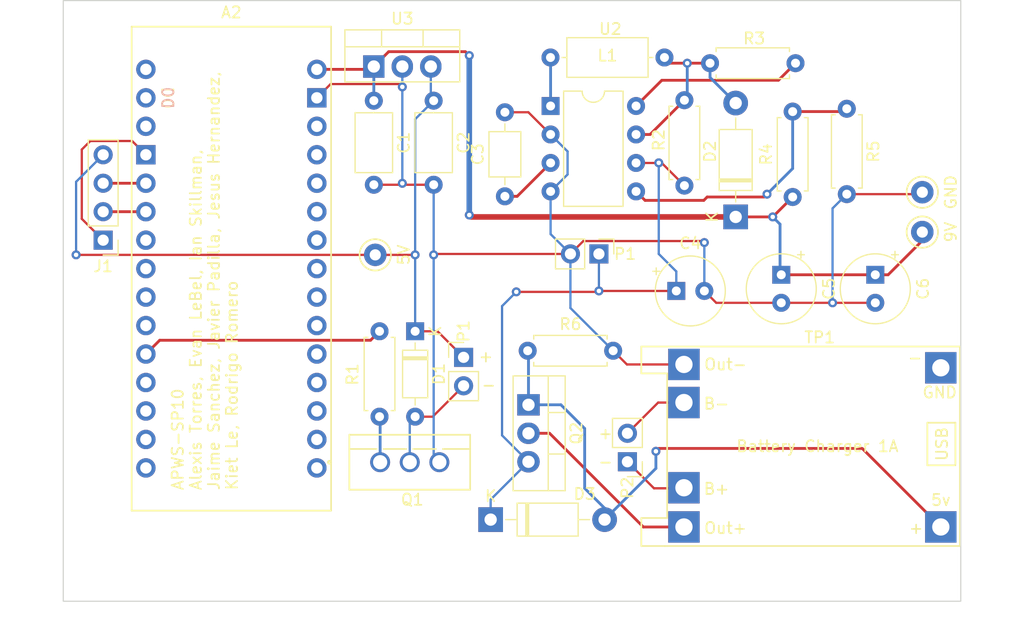
<source format=kicad_pcb>
(kicad_pcb (version 20221018) (generator pcbnew)
  (layers (0 "F.Cu" signal) (31 "B.Cu" signal) (34 "B.Paste" user) (35 "F.Paste" user) (36 "B.SilkS" user "B.Silkscreen") (37 "F.SilkS" user "F.Silkscreen") (38 "B.Mask" user) (39 "F.Mask" user) (44 "Edge.Cuts" user))
  (net 0 "")
  (net 1 "pump+")
  (net 2 "Net-(Q1-G)")
  (net 3 "3V7-")
  (net 4 "pump-")
  (net 18 "Trig")
  (net 19 "Echo")
  (net 24 "Net-(A2-PadD8)")
  (net 32 "9V")
  (net 33 "Net-(U2-TC)")
  (net 34 "3V7+")
  (net 35 "Net-(D2-A)")
  (net 36 "Net-(D3-A)")
  (net 37 "Net-(U2-SwC)")
  (net 38 "Net-(Q2-D)")
  (net 39 "Net-(U2-DC)")
  (net 40 "P5")
  (net 41 "Batt+")
  (net 42 "Batt-")
  (footprint "Connector_PinHeader_2.54mm:PinHeader_1x04_P2.54mm_Vertical" (layer "F.Cu") (at 88.265 63.714 180)
    (fp_text reference "J1" (at 0 -2.33) (layer "F.SilkS"))
    (fp_text value "Conn_01x04_Pin")
    (fp_line (start -1.33 -1.33) (end 0 -1.33) (stroke (width 0.12)) (layer "F.SilkS"))
    (fp_line (start -1.33 0) (end -1.33 -1.33) (stroke (width 0.12)) (layer "F.SilkS"))
    (fp_line (start -1.33 1.27) (end -1.33 8.95) (stroke (width 0.12)) (layer "F.SilkS"))
    (fp_line (start -1.33 1.27) (end 1.33 1.27) (stroke (width 0.12)) (layer "F.SilkS"))
    (fp_line (start -1.33 8.95) (end 1.33 8.95) (stroke (width 0.12)) (layer "F.SilkS"))
    (fp_line (start 1.33 1.27) (end 1.33 8.95) (stroke (width 0.12)) (layer "F.SilkS"))
    (pad "1" thru_hole rect (at 0 0 180) (size 1.7 1.7) (drill 1) (layers "*.Cu" "*.Mask") (net 3 "3V7-"))
    (pad "2" thru_hole oval (at 0 2.54 180) (size 1.7 1.7) (drill 1) (layers "*.Cu" "*.Mask") (net 19 "Echo"))
    (pad "3" thru_hole oval (at 0 5.08 180) (size 1.7 1.7) (drill 1) (layers "*.Cu" "*.Mask") (net 18 "Trig"))
    (pad "4" thru_hole oval (at 0 7.62 180) (size 1.7 1.7) (drill 1) (layers "*.Cu" "*.Mask") (net 1 "pump+"))
  )
  (footprint "Inductor_THT:L_Axial_L7.0mm_D3.3mm_P10.16mm_Horizontal_Fastron_MICC" (layer "F.Cu") (at 138.303 47.415625 180)
    (fp_text reference "L1" (at 5.08 0.171625) (layer "F.SilkS"))
    (fp_text value "1000uH")
    (fp_line (start 1.04 0) (end 1.46 0) (stroke (width 0.12)) (layer "F.SilkS"))
    (fp_line (start 1.46 -1.77) (end 1.46 1.77) (stroke (width 0.12)) (layer "F.SilkS"))
    (fp_line (start 1.46 1.77) (end 8.7 1.77) (stroke (width 0.12)) (layer "F.SilkS"))
    (fp_line (start 8.7 -1.77) (end 1.46 -1.77) (stroke (width 0.12)) (layer "F.SilkS"))
    (fp_line (start 8.7 1.77) (end 8.7 -1.77) (stroke (width 0.12)) (layer "F.SilkS"))
    (fp_line (start 9.12 0) (end 8.7 0) (stroke (width 0.12)) (layer "F.SilkS"))
    (pad "1" thru_hole circle (at 0 0 180) (size 1.6 1.6) (drill 0.8) (layers "*.Cu" "*.Mask") (net 35 "Net-(D2-A)"))
    (pad "2" thru_hole oval (at 10.16 0 180) (size 1.6 1.6) (drill 0.8) (layers "*.Cu" "*.Mask") (net 37 "Net-(U2-SwC)"))
  )
  (footprint "Diode_THT:D_DO-41_SOD81_P10.16mm_Horizontal" (layer "F.Cu") (at 122.809 88.646)
    (fp_text reference "D3" (at 8.382 -2.286) (layer "F.SilkS"))
    (fp_text value "1N5817")
    (fp_text user "K" (at 0 -2.1) (layer "F.SilkS"))
    (fp_line (start 1.34 0) (end 2.36 0) (stroke (width 0.12)) (layer "F.SilkS"))
    (fp_line (start 2.36 -1.47) (end 2.36 1.47) (stroke (width 0.12)) (layer "F.SilkS"))
    (fp_line (start 2.36 1.47) (end 7.8 1.47) (stroke (width 0.12)) (layer "F.SilkS"))
    (fp_line (start 3.14 -1.47) (end 3.14 1.47) (stroke (width 0.12)) (layer "F.SilkS"))
    (fp_line (start 3.26 -1.47) (end 3.26 1.47) (stroke (width 0.12)) (layer "F.SilkS"))
    (fp_line (start 3.38 -1.47) (end 3.38 1.47) (stroke (width 0.12)) (layer "F.SilkS"))
    (fp_line (start 7.8 -1.47) (end 2.36 -1.47) (stroke (width 0.12)) (layer "F.SilkS"))
    (fp_line (start 7.8 1.47) (end 7.8 -1.47) (stroke (width 0.12)) (layer "F.SilkS"))
    (fp_line (start 8.82 0) (end 7.8 0) (stroke (width 0.12)) (layer "F.SilkS"))
    (pad "1" thru_hole rect (at 0 0) (size 2.2 2.2) (drill 1.1) (layers "*.Cu" "*.Mask") (net 34 "3V7+"))
    (pad "2" thru_hole oval (at 10.16 0) (size 2.2 2.2) (drill 1.1) (layers "*.Cu" "*.Mask") (net 36 "Net-(D3-A)"))
  )
  (footprint "Capacitor_THT:CP_Radial_Tantal_D6.0mm_P2.50mm" (layer "F.Cu") (at 139.359 68.243625)
    (fp_text reference "C4" (at 1.25 -4.25) (layer "F.SilkS"))
    (fp_text value "100uF")
    (fp_line (start -2.089749 -1.755) (end -1.489749 -1.755) (stroke (width 0.12)) (layer "F.SilkS"))
    (fp_line (start -1.789749 -2.055) (end -1.789749 -1.455) (stroke (width 0.12)) (layer "F.SilkS"))
    (fp_circle (center 1.25 0) (end 4.37 0) (stroke (width 0.12)) (fill none) (layer "F.SilkS"))
    (pad "1" thru_hole rect (at 0 0) (size 1.6 1.6) (drill 0.8) (layers "*.Cu" "*.Mask") (net 34 "3V7+"))
    (pad "2" thru_hole circle (at 2.5 0) (size 1.6 1.6) (drill 0.8) (layers "*.Cu" "*.Mask") (net 3 "3V7-"))
  )
  (footprint "TestPoint:TestPoint_Keystone_5000-5004_Miniature" (layer "F.Cu") (at 112.522 65.024 90)
    (fp_text reference "5V" (at 0 2.54 90) (layer "F.SilkS"))
    (fp_text value "TestPoint_Keystone_5000-5004_Miniature")
    (fp_circle (center 0 0) (end 1.4 0) (stroke (width 0.15)) (fill none) (layer "F.SilkS"))
    (pad "1" thru_hole circle (at 0 0 90) (size 2 2) (drill 1) (layers "*.Cu" "*.Mask") (net 1 "pump+"))
  )
  (footprint "Capacitor_THT:CP_Radial_Tantal_D6.0mm_P2.50mm" (layer "F.Cu") (at 157.099 66.802 -90)
    (fp_text reference "C6" (at 1.25 -4.25 90) (layer "F.SilkS"))
    (fp_text value "100uF")
    (fp_line (start -2.089749 -1.755) (end -1.489749 -1.755) (stroke (width 0.12)) (layer "F.SilkS"))
    (fp_line (start -1.789749 -2.055) (end -1.789749 -1.455) (stroke (width 0.12)) (layer "F.SilkS"))
    (fp_circle (center 1.25 0) (end 4.37 0) (stroke (width 0.12)) (fill none) (layer "F.SilkS"))
    (pad "1" thru_hole rect (at 0 0 270) (size 1.6 1.6) (drill 0.8) (layers "*.Cu" "*.Mask") (net 32 "9V"))
    (pad "2" thru_hole circle (at 2.5 0 270) (size 1.6 1.6) (drill 0.8) (layers "*.Cu" "*.Mask") (net 3 "3V7-"))
  )
  (footprint "TestPoint:TestPoint_Keystone_5000-5004_Miniature" (layer "F.Cu") (at 161.29 59.436 90)
    (fp_text reference "GND" (at 0 2.54 90) (layer "F.SilkS"))
    (fp_text value "TestPoint_Keystone_5000-5004_Miniature")
    (fp_circle (center 0 0) (end 1.4 0) (stroke (width 0.15)) (fill none) (layer "F.SilkS"))
    (pad "1" thru_hole circle (at 0 0 90) (size 2 2) (drill 1) (layers "*.Cu" "*.Mask") (net 3 "3V7-"))
  )
  (footprint "TestPoint:TestPoint_Keystone_5000-5004_Miniature" (layer "F.Cu") (at 161.29 62.992 90)
    (fp_text reference "9V" (at 0 2.54 90) (layer "F.SilkS"))
    (fp_text value "TestPoint_Keystone_5000-5004_Miniature")
    (fp_circle (center 0 0) (end 1.4 0) (stroke (width 0.15)) (fill none) (layer "F.SilkS"))
    (pad "1" thru_hole circle (at 0 0 90) (size 2 2) (drill 1) (layers "*.Cu" "*.Mask") (net 32 "9V"))
  )
  (footprint "MountingHole:MountingHole_2.1mm" (layer "F.Cu") (at 87.122 44.958)
    (fp_text reference "REF**" hide)
    (fp_text value "MountingHole_2.1mm")
    (pad "" np_thru_hole circle (at 0 0) (size 2.1 2.1) (drill 2.1) (layers "F&B.Cu" "*.Mask"))
  )
  (footprint "Resistor_THT:R_Axial_DIN0207_L6.3mm_D2.5mm_P7.62mm_Horizontal" (layer "F.Cu") (at 112.903 71.842 -90)
    (fp_text reference "R1" (at 3.85 2.413 90) (layer "F.SilkS"))
    (fp_text value "12k")
    (fp_line (start 0.54 -1.37) (end 7.08 -1.37) (stroke (width 0.12)) (layer "F.SilkS"))
    (fp_line (start 0.54 -1.04) (end 0.54 -1.37) (stroke (width 0.12)) (layer "F.SilkS"))
    (fp_line (start 0.54 1.04) (end 0.54 1.37) (stroke (width 0.12)) (layer "F.SilkS"))
    (fp_line (start 0.54 1.37) (end 7.08 1.37) (stroke (width 0.12)) (layer "F.SilkS"))
    (fp_line (start 7.08 -1.37) (end 7.08 -1.04) (stroke (width 0.12)) (layer "F.SilkS"))
    (fp_line (start 7.08 1.37) (end 7.08 1.04) (stroke (width 0.12)) (layer "F.SilkS"))
    (pad "1" thru_hole circle (at 0 0 270) (size 1.6 1.6) (drill 0.8) (layers "*.Cu" "*.Mask") (net 24 "Net-(A2-PadD8)"))
    (pad "2" thru_hole oval (at 7.62 0 270) (size 1.6 1.6) (drill 0.8) (layers "*.Cu" "*.Mask") (net 2 "Net-(Q1-G)"))
  )
  (footprint "Connector_PinHeader_2.54mm:PinHeader_1x02_P2.54mm_Vertical" (layer "F.Cu") (at 120.396 74.168)
    (fp_text reference "P1" (at 0 -2.33 90) (layer "F.SilkS"))
    (fp_text value "PinHeader_1x02_P2.54mm_Vertical")
    (fp_line (start -1.33 -1.33) (end 0 -1.33) (stroke (width 0.12)) (layer "F.SilkS"))
    (fp_line (start -1.33 0) (end -1.33 -1.33) (stroke (width 0.12)) (layer "F.SilkS"))
    (fp_line (start -1.33 1.27) (end -1.33 3.87) (stroke (width 0.12)) (layer "F.SilkS"))
    (fp_line (start -1.33 1.27) (end 1.33 1.27) (stroke (width 0.12)) (layer "F.SilkS"))
    (fp_line (start -1.33 3.87) (end 1.33 3.87) (stroke (width 0.12)) (layer "F.SilkS"))
    (fp_line (start 1.33 1.27) (end 1.33 3.87) (stroke (width 0.12)) (layer "F.SilkS"))
    (pad "1" thru_hole rect (at 0 0) (size 1.7 1.7) (drill 1) (layers "*.Cu" "*.Mask") (net 1 "pump+"))
    (pad "2" thru_hole oval (at 0 2.54) (size 1.7 1.7) (drill 1) (layers "*.Cu" "*.Mask") (net 4 "pump-"))
  )
  (footprint "Connector_PinHeader_2.54mm:PinHeader_1x02_P2.54mm_Vertical" (layer "F.Cu") (at 132.461 64.941625 -90)
    (fp_text reference "P1" (at 0 -2.33 -180) (layer "F.SilkS"))
    (fp_text value "PinHeader_1x02_P2.54mm_Vertical")
    (fp_line (start -1.33 -1.33) (end 0 -1.33) (stroke (width 0.12)) (layer "F.SilkS"))
    (fp_line (start -1.33 0) (end -1.33 -1.33) (stroke (width 0.12)) (layer "F.SilkS"))
    (fp_line (start -1.33 1.27) (end -1.33 3.87) (stroke (width 0.12)) (layer "F.SilkS"))
    (fp_line (start -1.33 1.27) (end 1.33 1.27) (stroke (width 0.12)) (layer "F.SilkS"))
    (fp_line (start -1.33 3.87) (end 1.33 3.87) (stroke (width 0.12)) (layer "F.SilkS"))
    (fp_line (start 1.33 1.27) (end 1.33 3.87) (stroke (width 0.12)) (layer "F.SilkS"))
    (pad "1" thru_hole rect (at 0 0 270) (size 1.7 1.7) (drill 1) (layers "*.Cu" "*.Mask") (net 34 "3V7+"))
    (pad "2" thru_hole oval (at 0 2.54 270) (size 1.7 1.7) (drill 1) (layers "*.Cu" "*.Mask") (net 3 "3V7-"))
  )
  (footprint "Resistor_THT:R_Axial_DIN0207_L6.3mm_D2.5mm_P7.62mm_Horizontal" (layer "F.Cu") (at 154.559 51.987625 -90)
    (fp_text reference "R5" (at 3.81 -2.37 90) (layer "F.SilkS"))
    (fp_text value "1k")
    (fp_line (start 0.54 -1.37) (end 7.08 -1.37) (stroke (width 0.12)) (layer "F.SilkS"))
    (fp_line (start 0.54 -1.04) (end 0.54 -1.37) (stroke (width 0.12)) (layer "F.SilkS"))
    (fp_line (start 0.54 1.04) (end 0.54 1.37) (stroke (width 0.12)) (layer "F.SilkS"))
    (fp_line (start 0.54 1.37) (end 7.08 1.37) (stroke (width 0.12)) (layer "F.SilkS"))
    (fp_line (start 7.08 -1.37) (end 7.08 -1.04) (stroke (width 0.12)) (layer "F.SilkS"))
    (fp_line (start 7.08 1.37) (end 7.08 1.04) (stroke (width 0.12)) (layer "F.SilkS"))
    (pad "1" thru_hole circle (at 0 0 270) (size 1.6 1.6) (drill 0.8) (layers "*.Cu" "*.Mask") (net 40 "P5"))
    (pad "2" thru_hole oval (at 7.62 0 270) (size 1.6 1.6) (drill 0.8) (layers "*.Cu" "*.Mask") (net 3 "3V7-"))
  )
  (footprint "Diode_THT:D_DO-41_SOD81_P10.16mm_Horizontal" (layer "F.Cu") (at 144.653 61.639625 90)
    (fp_text reference "D2" (at 5.842 -2.286 90) (layer "F.SilkS"))
    (fp_text value "1N5819")
    (fp_text user "K" (at 0 -2.1 90) (layer "F.SilkS"))
    (fp_line (start 1.34 0) (end 2.36 0) (stroke (width 0.12)) (layer "F.SilkS"))
    (fp_line (start 2.36 -1.47) (end 2.36 1.47) (stroke (width 0.12)) (layer "F.SilkS"))
    (fp_line (start 2.36 1.47) (end 7.8 1.47) (stroke (width 0.12)) (layer "F.SilkS"))
    (fp_line (start 3.14 -1.47) (end 3.14 1.47) (stroke (width 0.12)) (layer "F.SilkS"))
    (fp_line (start 3.26 -1.47) (end 3.26 1.47) (stroke (width 0.12)) (layer "F.SilkS"))
    (fp_line (start 3.38 -1.47) (end 3.38 1.47) (stroke (width 0.12)) (layer "F.SilkS"))
    (fp_line (start 7.8 -1.47) (end 2.36 -1.47) (stroke (width 0.12)) (layer "F.SilkS"))
    (fp_line (start 7.8 1.47) (end 7.8 -1.47) (stroke (width 0.12)) (layer "F.SilkS"))
    (fp_line (start 8.82 0) (end 7.8 0) (stroke (width 0.12)) (layer "F.SilkS"))
    (pad "1" thru_hole rect (at 0 0 90) (size 2.2 2.2) (drill 1.1) (layers "*.Cu" "*.Mask") (net 32 "9V"))
    (pad "2" thru_hole oval (at 10.16 0 90) (size 2.2 2.2) (drill 1.1) (layers "*.Cu" "*.Mask") (net 35 "Net-(D2-A)"))
  )
  (footprint "footprints:Arduino_Nano_ESP32_Socket" (layer "F.Cu") (at 99.695 87.844)
    (fp_text reference "A2" (at 0 -44.45) (layer "F.SilkS"))
    (fp_text value "Arduino_Nano_ESP32_Socket")
    (fp_text user "D0" (at -5.715 -36.83 -90 unlocked) (layer "B.SilkS") (effects (justify mirror)))
    (fp_text user "D0" (at -5.715 -36.83 -90 unlocked) (layer "F.SilkS"))
    (fp_line (start -8.89 -43.18) (end -8.89 0) (stroke (width 0.15)) (layer "F.SilkS"))
    (fp_line (start -8.89 -43.18) (end 8.89 -43.18) (stroke (width 0.15)) (layer "F.SilkS"))
    (fp_line (start -8.89 0) (end 8.89 0) (stroke (width 0.15)) (layer "F.SilkS"))
    (fp_line (start 8.89 -43.18) (end 8.89 0) (stroke (width 0.15)) (layer "F.SilkS"))
    (pad "" np_thru_hole circle (at -7.62 -41.91) (size 1.8 1.8) (drill 1.8) (layers "F&B.Cu" "*.Mask"))
    (pad "" np_thru_hole circle (at -7.62 -1.27) (size 1.8 1.8) (drill 1.8) (layers "F&B.Cu" "*.Mask"))
    (pad "" np_thru_hole circle (at 7.62 -41.91) (size 1.8 1.8) (drill 1.8) (layers "F&B.Cu" "*.Mask"))
    (pad "" np_thru_hole circle (at 7.62 -1.27) (size 1.8 1.8) (drill 1.8) (layers "F&B.Cu" "*.Mask"))
    (pad "3V3" thru_hole circle (at 7.62 -6.35) (size 1.7272 1.7272) (drill 1.016) (layers "*.Cu" "*.Mask"))
    (pad "5V" thru_hole circle (at 7.62 -31.75) (size 1.7272 1.7272) (drill 1.016) (layers "*.Cu" "*.Mask"))
    (pad "A0" thru_hole circle (at 7.62 -11.43) (size 1.7272 1.7272) (drill 1.016) (layers "*.Cu" "*.Mask"))
    (pad "A1" thru_hole circle (at 7.62 -13.97) (size 1.7272 1.7272) (drill 1.016) (layers "*.Cu" "*.Mask"))
    (pad "A2" thru_hole circle (at 7.62 -16.51) (size 1.7272 1.7272) (drill 1.016) (layers "*.Cu" "*.Mask"))
    (pad "A3" thru_hole circle (at 7.62 -19.05) (size 1.7272 1.7272) (drill 1.016) (layers "*.Cu" "*.Mask"))
    (pad "A4" thru_hole circle (at 7.62 -21.59) (size 1.7272 1.7272) (drill 1.016) (layers "*.Cu" "*.Mask"))
    (pad "A5" thru_hole circle (at 7.62 -24.13) (size 1.7272 1.7272) (drill 1.016) (layers "*.Cu" "*.Mask"))
    (pad "A6" thru_hole circle (at 7.62 -26.67) (size 1.7272 1.7272) (drill 1.016) (layers "*.Cu" "*.Mask"))
    (pad "A7" thru_hole circle (at 7.62 -29.21) (size 1.7272 1.7272) (drill 1.016) (layers "*.Cu" "*.Mask"))
    (pad "B0" thru_hole circle (at 7.62 -8.89) (size 1.7272 1.7272) (drill 1.016) (layers "*.Cu" "*.Mask"))
    (pad "B1" thru_hole circle (at 7.62 -34.29) (size 1.7272 1.7272) (drill 1.016) (layers "*.Cu" "*.Mask"))
    (pad "D0" thru_hole circle (at -7.62 -36.83) (size 1.7272 1.7272) (drill 1.016) (layers "*.Cu" "*.Mask"))
    (pad "D1" thru_hole circle (at -7.62 -39.37) (size 1.7272 1.7272) (drill 1.016) (layers "*.Cu" "*.Mask"))
    (pad "D2" thru_hole circle (at -7.62 -29.21) (size 1.7272 1.7272) (drill 1.016) (layers "*.Cu" "*.Mask") (net 18 "Trig"))
    (pad "D3" thru_hole circle (at -7.62 -26.67) (size 1.7272 1.7272) (drill 1.016) (layers "*.Cu" "*.Mask") (net 19 "Echo"))
    (pad "D4" thru_hole circle (at -7.62 -24.13) (size 1.7272 1.7272) (drill 1.016) (layers "*.Cu" "*.Mask"))
    (pad "D5" thru_hole circle (at -7.62 -21.59) (size 1.7272 1.7272) (drill 1.016) (layers "*.Cu" "*.Mask"))
    (pad "D6" thru_hole circle (at -7.62 -19.05) (size 1.7272 1.7272) (drill 1.016) (layers "*.Cu" "*.Mask"))
    (pad "D7" thru_hole circle (at -7.62 -16.51) (size 1.7272 1.7272) (drill 1.016) (layers "*.Cu" "*.Mask"))
    (pad "D8" thru_hole circle (at -7.62 -13.97) (size 1.7272 1.7272) (drill 1.016) (layers "*.Cu" "*.Mask") (net 24 "Net-(A2-PadD8)"))
    (pad "D9" thru_hole circle (at -7.62 -11.43) (size 1.7272 1.7272) (drill 1.016) (layers "*.Cu" "*.Mask"))
    (pad "D10" thru_hole circle (at -7.62 -8.89) (size 1.7272 1.7272) (drill 1.016) (layers "*.Cu" "*.Mask"))
    (pad "D11" thru_hole circle (at -7.62 -6.35) (size 1.7272 1.7272) (drill 1.016) (layers "*.Cu" "*.Mask"))
    (pad "D12" thru_hole circle (at -7.62 -3.81) (size 1.7272 1.7272) (drill 1.016) (layers "*.Cu" "*.Mask"))
    (pad "D13" thru_hole circle (at 7.62 -3.81) (size 1.7272 1.7272) (drill 1.016) (layers "*.Cu" "*.Mask"))
    (pad "GND1" thru_hole rect (at -7.62 -31.75) (size 1.7272 1.7272) (drill 1.016) (layers "*.Cu" "*.Mask") (net 3 "3V7-"))
    (pad "GND2" thru_hole rect (at 7.62 -36.83) (size 1.7272 1.7272) (drill 1.016) (layers "*.Cu" "*.Mask") (net 3 "3V7-"))
    (pad "RST" thru_hole circle (at -7.62 -34.29) (size 1.7272 1.7272) (drill 1.016) (layers "*.Cu" "*.Mask"))
    (pad "VIN" thru_hole circle (at 7.62 -39.37) (size 1.7272 1.7272) (drill 1.016) (layers "*.Cu" "*.Mask") (net 32 "9V"))
  )
  (footprint "Resistor_THT:R_Axial_DIN0207_L6.3mm_D2.5mm_P7.62mm_Horizontal" (layer "F.Cu") (at 149.733 59.861625 90)
    (fp_text reference "R4" (at 3.81 -2.37 90) (layer "F.SilkS"))
    (fp_text value "6.2K")
    (fp_line (start 0.54 -1.37) (end 7.08 -1.37) (stroke (width 0.12)) (layer "F.SilkS"))
    (fp_line (start 0.54 -1.04) (end 0.54 -1.37) (stroke (width 0.12)) (layer "F.SilkS"))
    (fp_line (start 0.54 1.04) (end 0.54 1.37) (stroke (width 0.12)) (layer "F.SilkS"))
    (fp_line (start 0.54 1.37) (end 7.08 1.37) (stroke (width 0.12)) (layer "F.SilkS"))
    (fp_line (start 7.08 -1.37) (end 7.08 -1.04) (stroke (width 0.12)) (layer "F.SilkS"))
    (fp_line (start 7.08 1.37) (end 7.08 1.04) (stroke (width 0.12)) (layer "F.SilkS"))
    (pad "1" thru_hole circle (at 0 0 90) (size 1.6 1.6) (drill 0.8) (layers "*.Cu" "*.Mask") (net 32 "9V"))
    (pad "2" thru_hole oval (at 7.62 0 90) (size 1.6 1.6) (drill 0.8) (layers "*.Cu" "*.Mask") (net 40 "P5"))
  )
  (footprint "Capacitor_THT:C_Axial_L3.8mm_D2.6mm_P7.50mm_Horizontal" (layer "F.Cu") (at 124.079 59.801625 90)
    (fp_text reference "C3" (at 3.75 -2.42 90) (layer "F.SilkS"))
    (fp_text value "1nF")
    (fp_line (start 1.04 0) (end 1.73 0) (stroke (width 0.12)) (layer "F.SilkS"))
    (fp_line (start 1.73 -1.42) (end 1.73 1.42) (stroke (width 0.12)) (layer "F.SilkS"))
    (fp_line (start 1.73 1.42) (end 5.77 1.42) (stroke (width 0.12)) (layer "F.SilkS"))
    (fp_line (start 5.77 -1.42) (end 1.73 -1.42) (stroke (width 0.12)) (layer "F.SilkS"))
    (fp_line (start 5.77 1.42) (end 5.77 -1.42) (stroke (width 0.12)) (layer "F.SilkS"))
    (fp_line (start 6.46 0) (end 5.77 0) (stroke (width 0.12)) (layer "F.SilkS"))
    (pad "1" thru_hole circle (at 0 0 90) (size 1.6 1.6) (drill 0.8) (layers "*.Cu" "*.Mask") (net 33 "Net-(U2-TC)"))
    (pad "2" thru_hole oval (at 7.5 0 90) (size 1.6 1.6) (drill 0.8) (layers "*.Cu" "*.Mask") (net 3 "3V7-"))
  )
  (footprint "Capacitor_THT:C_Axial_L5.1mm_D3.1mm_P7.50mm_Horizontal" (layer "F.Cu") (at 117.729 51.268 -90)
    (fp_text reference "C2" (at 3.75 -2.67 90) (layer "F.SilkS"))
    (fp_text value "0.1 uF")
    (fp_line (start 1.04 0) (end 1.08 0) (stroke (width 0.12)) (layer "F.SilkS"))
    (fp_line (start 1.08 -1.67) (end 1.08 1.67) (stroke (width 0.12)) (layer "F.SilkS"))
    (fp_line (start 1.08 1.67) (end 6.42 1.67) (stroke (width 0.12)) (layer "F.SilkS"))
    (fp_line (start 6.42 -1.67) (end 1.08 -1.67) (stroke (width 0.12)) (layer "F.SilkS"))
    (fp_line (start 6.42 1.67) (end 6.42 -1.67) (stroke (width 0.12)) (layer "F.SilkS"))
    (fp_line (start 6.46 0) (end 6.42 0) (stroke (width 0.12)) (layer "F.SilkS"))
    (pad "1" thru_hole circle (at 0 0 270) (size 1.6 1.6) (drill 0.8) (layers "*.Cu" "*.Mask") (net 1 "pump+"))
    (pad "2" thru_hole oval (at 7.5 0 270) (size 1.6 1.6) (drill 0.8) (layers "*.Cu" "*.Mask") (net 3 "3V7-"))
  )
  (footprint "Diode_THT:D_DO-35_SOD27_P7.62mm_Horizontal" (layer "F.Cu") (at 116.078 71.842 -90)
    (fp_text reference "D1" (at 3.81 -2.12 90) (layer "F.SilkS"))
    (fp_text value "1N914")
    (fp_text user "K" (at 0 -1.8 90) (layer "F.SilkS"))
    (fp_line (start 1.04 0) (end 1.69 0) (stroke (width 0.12)) (layer "F.SilkS"))
    (fp_line (start 1.69 -1.12) (end 1.69 1.12) (stroke (width 0.12)) (layer "F.SilkS"))
    (fp_line (start 1.69 1.12) (end 5.93 1.12) (stroke (width 0.12)) (layer "F.SilkS"))
    (fp_line (start 2.29 -1.12) (end 2.29 1.12) (stroke (width 0.12)) (layer "F.SilkS"))
    (fp_line (start 2.41 -1.12) (end 2.41 1.12) (stroke (width 0.12)) (layer "F.SilkS"))
    (fp_line (start 2.53 -1.12) (end 2.53 1.12) (stroke (width 0.12)) (layer "F.SilkS"))
    (fp_line (start 5.93 -1.12) (end 1.69 -1.12) (stroke (width 0.12)) (layer "F.SilkS"))
    (fp_line (start 5.93 1.12) (end 5.93 -1.12) (stroke (width 0.12)) (layer "F.SilkS"))
    (fp_line (start 6.58 0) (end 5.93 0) (stroke (width 0.12)) (layer "F.SilkS"))
    (pad "1" thru_hole rect (at 0 0 270) (size 1.6 1.6) (drill 0.8) (layers "*.Cu" "*.Mask") (net 1 "pump+"))
    (pad "2" thru_hole oval (at 7.62 0 270) (size 1.6 1.6) (drill 0.8) (layers "*.Cu" "*.Mask") (net 4 "pump-"))
  )
  (footprint "Resistor_THT:R_Axial_DIN0207_L6.3mm_D2.5mm_P7.62mm_Horizontal" (layer "F.Cu") (at 140.081 51.225625 -90)
    (fp_text reference "R2" (at 3.556 2.286 90) (layer "F.SilkS"))
    (fp_text value "0.22")
    (fp_line (start 0.54 -1.37) (end 7.08 -1.37) (stroke (width 0.12)) (layer "F.SilkS"))
    (fp_line (start 0.54 -1.04) (end 0.54 -1.37) (stroke (width 0.12)) (layer "F.SilkS"))
    (fp_line (start 0.54 1.04) (end 0.54 1.37) (stroke (width 0.12)) (layer "F.SilkS"))
    (fp_line (start 0.54 1.37) (end 7.08 1.37) (stroke (width 0.12)) (layer "F.SilkS"))
    (fp_line (start 7.08 -1.37) (end 7.08 -1.04) (stroke (width 0.12)) (layer "F.SilkS"))
    (fp_line (start 7.08 1.37) (end 7.08 1.04) (stroke (width 0.12)) (layer "F.SilkS"))
    (pad "1" thru_hole circle (at 0 0 270) (size 1.6 1.6) (drill 0.8) (layers "*.Cu" "*.Mask") (net 35 "Net-(D2-A)"))
    (pad "2" thru_hole oval (at 7.62 0 270) (size 1.6 1.6) (drill 0.8) (layers "*.Cu" "*.Mask") (net 34 "3V7+"))
  )
  (footprint "Connector_PinHeader_2.54mm:PinHeader_1x02_P2.54mm_Vertical" (layer "F.Cu") (at 135.001 83.483625 180)
    (fp_text reference "P2" (at 0 -2.33 90) (layer "F.SilkS"))
    (fp_text value "PinHeader_1x02_P2.54mm_Vertical")
    (fp_line (start -1.33 -1.33) (end 0 -1.33) (stroke (width 0.12)) (layer "F.SilkS"))
    (fp_line (start -1.33 0) (end -1.33 -1.33) (stroke (width 0.12)) (layer "F.SilkS"))
    (fp_line (start -1.33 1.27) (end -1.33 3.87) (stroke (width 0.12)) (layer "F.SilkS"))
    (fp_line (start -1.33 1.27) (end 1.33 1.27) (stroke (width 0.12)) (layer "F.SilkS"))
    (fp_line (start -1.33 3.87) (end 1.33 3.87) (stroke (width 0.12)) (layer "F.SilkS"))
    (fp_line (start 1.33 1.27) (end 1.33 3.87) (stroke (width 0.12)) (layer "F.SilkS"))
    (pad "1" thru_hole rect (at 0 0 180) (size 1.7 1.7) (drill 1) (layers "*.Cu" "*.Mask") (net 41 "Batt+"))
    (pad "2" thru_hole oval (at 0 2.54 180) (size 1.7 1.7) (drill 1) (layers "*.Cu" "*.Mask") (net 42 "Batt-"))
  )
  (footprint "Resistor_THT:R_Axial_DIN0207_L6.3mm_D2.5mm_P7.62mm_Horizontal" (layer "F.Cu") (at 126.111 73.577625)
    (fp_text reference "R6" (at 3.81 -2.37) (layer "F.SilkS"))
    (fp_text value "10K")
    (fp_line (start 0.54 -1.37) (end 7.08 -1.37) (stroke (width 0.12)) (layer "F.SilkS"))
    (fp_line (start 0.54 -1.04) (end 0.54 -1.37) (stroke (width 0.12)) (layer "F.SilkS"))
    (fp_line (start 0.54 1.04) (end 0.54 1.37) (stroke (width 0.12)) (layer "F.SilkS"))
    (fp_line (start 0.54 1.37) (end 7.08 1.37) (stroke (width 0.12)) (layer "F.SilkS"))
    (fp_line (start 7.08 -1.37) (end 7.08 -1.04) (stroke (width 0.12)) (layer "F.SilkS"))
    (fp_line (start 7.08 1.37) (end 7.08 1.04) (stroke (width 0.12)) (layer "F.SilkS"))
    (pad "1" thru_hole circle (at 0 0) (size 1.6 1.6) (drill 0.8) (layers "*.Cu" "*.Mask") (net 36 "Net-(D3-A)"))
    (pad "2" thru_hole oval (at 7.62 0) (size 1.6 1.6) (drill 0.8) (layers "*.Cu" "*.Mask") (net 3 "3V7-"))
  )
  (footprint "MountingHole:MountingHole_2.1mm" (layer "F.Cu") (at 87.122 93.472)
    (fp_text reference "REF**" hide)
    (fp_text value "MountingHole_2.1mm")
    (pad "" np_thru_hole circle (at 0 0) (size 2.1 2.1) (drill 2.1) (layers "F&B.Cu" "*.Mask"))
  )
  (footprint "Package_TO_SOT_THT:TO-220-3_Vertical" (layer "F.Cu") (at 112.395 48.22)
    (fp_text reference "U3" (at 2.54 -4.27) (layer "F.SilkS"))
    (fp_text value "LM7805_TO220")
    (fp_line (start -2.58 -3.27) (end -2.58 1.371) (stroke (width 0.12)) (layer "F.SilkS"))
    (fp_line (start -2.58 -3.27) (end 7.66 -3.27) (stroke (width 0.12)) (layer "F.SilkS"))
    (fp_line (start -2.58 -1.76) (end 7.66 -1.76) (stroke (width 0.12)) (layer "F.SilkS"))
    (fp_line (start -2.58 1.371) (end 7.66 1.371) (stroke (width 0.12)) (layer "F.SilkS"))
    (fp_line (start 0.69 -3.27) (end 0.69 -1.76) (stroke (width 0.12)) (layer "F.SilkS"))
    (fp_line (start 4.391 -3.27) (end 4.391 -1.76) (stroke (width 0.12)) (layer "F.SilkS"))
    (fp_line (start 7.66 -3.27) (end 7.66 1.371) (stroke (width 0.12)) (layer "F.SilkS"))
    (pad "1" thru_hole rect (at 0 0) (size 1.905 2) (drill 1.1) (layers "*.Cu" "*.Mask") (net 32 "9V"))
    (pad "2" thru_hole oval (at 2.54 0) (size 1.905 2) (drill 1.1) (layers "*.Cu" "*.Mask") (net 3 "3V7-"))
    (pad "3" thru_hole oval (at 5.08 0) (size 1.905 2) (drill 1.1) (layers "*.Cu" "*.Mask") (net 1 "pump+"))
  )
  (footprint "Capacitor_THT:C_Axial_L5.1mm_D3.1mm_P7.50mm_Horizontal" (layer "F.Cu") (at 112.395 51.268 -90)
    (fp_text reference "C1" (at 3.75 -2.67 90) (layer "F.SilkS"))
    (fp_text value "0.22 uF")
    (fp_line (start 1.04 0) (end 1.08 0) (stroke (width 0.12)) (layer "F.SilkS"))
    (fp_line (start 1.08 -1.67) (end 1.08 1.67) (stroke (width 0.12)) (layer "F.SilkS"))
    (fp_line (start 1.08 1.67) (end 6.42 1.67) (stroke (width 0.12)) (layer "F.SilkS"))
    (fp_line (start 6.42 -1.67) (end 1.08 -1.67) (stroke (width 0.12)) (layer "F.SilkS"))
    (fp_line (start 6.42 1.67) (end 6.42 -1.67) (stroke (width 0.12)) (layer "F.SilkS"))
    (fp_line (start 6.46 0) (end 6.42 0) (stroke (width 0.12)) (layer "F.SilkS"))
    (pad "1" thru_hole circle (at 0 0 270) (size 1.6 1.6) (drill 0.8) (layers "*.Cu" "*.Mask") (net 32 "9V"))
    (pad "2" thru_hole oval (at 7.5 0 270) (size 1.6 1.6) (drill 0.8) (layers "*.Cu" "*.Mask") (net 3 "3V7-"))
  )
  (footprint "Package_DIP:DIP-8_W7.62mm" (layer "F.Cu") (at 128.153 51.743625)
    (fp_text reference "U2" (at 5.324 -6.868) (layer "F.SilkS"))
    (fp_text value "MC33063AP")
    (fp_line (start 1.16 -1.33) (end 1.16 8.95) (stroke (width 0.12)) (layer "F.SilkS"))
    (fp_line (start 1.16 8.95) (end 6.46 8.95) (stroke (width 0.12)) (layer "F.SilkS"))
    (fp_line (start 2.81 -1.33) (end 1.16 -1.33) (stroke (width 0.12)) (layer "F.SilkS"))
    (fp_line (start 6.46 -1.33) (end 4.81 -1.33) (stroke (width 0.12)) (layer "F.SilkS"))
    (fp_line (start 6.46 8.95) (end 6.46 -1.33) (stroke (width 0.12)) (layer "F.SilkS"))
    (fp_arc (start 4.81 -1.33) (mid 3.81 -0.33) (end 2.81 -1.33) (stroke (width 0.12)) (layer "F.SilkS"))
    (pad "1" thru_hole rect (at 0 0) (size 1.6 1.6) (drill 0.8) (layers "*.Cu" "*.Mask") (net 37 "Net-(U2-SwC)"))
    (pad "2" thru_hole oval (at 0 2.54) (size 1.6 1.6) (drill 0.8) (layers "*.Cu" "*.Mask") (net 3 "3V7-"))
    (pad "3" thru_hole oval (at 0 5.08) (size 1.6 1.6) (drill 0.8) (layers "*.Cu" "*.Mask") (net 33 "Net-(U2-TC)"))
    (pad "4" thru_hole oval (at 0 7.62) (size 1.6 1.6) (drill 0.8) (layers "*.Cu" "*.Mask") (net 3 "3V7-"))
    (pad "5" thru_hole oval (at 7.62 7.62) (size 1.6 1.6) (drill 0.8) (layers "*.Cu" "*.Mask") (net 40 "P5"))
    (pad "6" thru_hole oval (at 7.62 5.08) (size 1.6 1.6) (drill 0.8) (layers "*.Cu" "*.Mask") (net 34 "3V7+"))
    (pad "7" thru_hole oval (at 7.62 2.54) (size 1.6 1.6) (drill 0.8) (layers "*.Cu" "*.Mask") (net 35 "Net-(D2-A)"))
    (pad "8" thru_hole oval (at 7.62 0) (size 1.6 1.6) (drill 0.8) (layers "*.Cu" "*.Mask") (net 39 "Net-(U2-DC)"))
  )
  (footprint "TP4056:TP4056-18650" (layer "F.Cu") (at 164.641 91.001625 180)
    (fp_text reference "TP1" (at 12.495 18.611625) (layer "F.SilkS"))
    (fp_text value "TP4056")
    (fp_text user "Battery Charger 1A" (at 12.7 8.9) (layer "F.SilkS"))
    (fp_text user "5v" (at 1.7 4.1) (layer "F.SilkS"))
    (fp_text user "B-" (at 21.7 12.7) (layer "F.SilkS"))
    (fp_text user "-" (at 4 16.8) (layer "F.SilkS"))
    (fp_text user "USB" (at 1.6 9.1 90) (layer "F.SilkS"))
    (fp_text user "+" (at 3.9 1.6) (layer "F.SilkS"))
    (fp_text user "Out+" (at 20.9 1.6) (layer "F.SilkS"))
    (fp_text user "GND" (at 1.8 13.7) (layer "F.SilkS"))
    (fp_text user "Out-" (at 20.9 16.2) (layer "F.SilkS"))
    (fp_text user "B+" (at 21.7 5.1) (layer "F.SilkS"))
    (fp_line (start 0 0) (end 26.3 0) (stroke (width 0.15)) (layer "F.SilkS"))
    (fp_line (start 0 17.8) (end 0 0) (stroke (width 0.15)) (layer "F.SilkS"))
    (fp_line (start 0.4 7.2) (end 2.9 7.2) (stroke (width 0.15)) (layer "F.SilkS"))
    (fp_line (start 0.4 11) (end 0.4 7.3) (stroke (width 0.15)) (layer "F.SilkS"))
    (fp_line (start 2.9 7.2) (end 2.9 11) (stroke (width 0.15)) (layer "F.SilkS"))
    (fp_line (start 2.9 11) (end 0.4 11) (stroke (width 0.15)) (layer "F.SilkS"))
    (fp_line (start 26.1 2.5) (end 26.1 15.4) (stroke (width 0.15)) (layer "F.SilkS"))
    (fp_line (start 26.1 15.4) (end 26.4 15.4) (stroke (width 0.15)) (layer "F.SilkS"))
    (fp_line (start 26.3 0) (end 28.4 0) (stroke (width 0.15)) (layer "F.SilkS"))
    (fp_line (start 26.3 15.4) (end 28.4 15.4) (stroke (width 0.15)) (layer "F.SilkS"))
    (fp_line (start 28.4 0) (end 28.4 2.5) (stroke (width 0.15)) (layer "F.SilkS"))
    (fp_line (start 28.4 2.5) (end 26.1 2.5) (stroke (width 0.15)) (layer "F.SilkS"))
    (fp_line (start 28.4 15.4) (end 28.4 15.7) (stroke (width 0.15)) (layer "F.SilkS"))
    (fp_line (start 28.4 15.7) (end 28.4 17.8) (stroke (width 0.15)) (layer "F.SilkS"))
    (fp_line (start 28.4 17.8) (end 0 17.8) (stroke (width 0.15)) (layer "F.SilkS"))
    (pad "1" thru_hole rect (at 1.7 1.7 180) (size 2.8 2.8) (drill 1.54) (layers "*.Cu" "*.Mask") (net 36 "Net-(D3-A)"))
    (pad "2" thru_hole rect (at 1.7 15.9 180) (size 2.8 2.8) (drill 1.54) (layers "*.Cu" "*.Mask"))
    (pad "3" thru_hole rect (at 24.6 1.7 180) (size 2.8 2.8) (drill 1.54) (layers "*.Cu" "*.Mask") (net 38 "Net-(Q2-D)"))
    (pad "4" thru_hole rect (at 24.6 16.2 180) (size 2.8 2.8) (drill 1.54) (layers "*.Cu" "*.Mask") (net 3 "3V7-"))
    (pad "5" thru_hole rect (at 24.6 5.2 180) (size 2.8 2.8) (drill 1.54) (layers "*.Cu" "*.Mask") (net 41 "Batt+"))
    (pad "6" thru_hole rect (at 24.6 12.8 180) (size 2.8 2.8) (drill 1.54) (layers "*.Cu" "*.Mask") (net 42 "Batt-"))
  )
  (footprint "Package_TO_SOT_THT:TO-220-3_Vertical" (layer "F.Cu") (at 126.182 78.403625 -90)
    (fp_text reference "Q2" (at 2.54 -4.27 90) (layer "F.SilkS"))
    (fp_text value "IRF4905")
    (fp_line (start -2.58 -3.27) (end -2.58 1.371) (stroke (width 0.12)) (layer "F.SilkS"))
    (fp_line (start -2.58 -3.27) (end 7.66 -3.27) (stroke (width 0.12)) (layer "F.SilkS"))
    (fp_line (start -2.58 -1.76) (end 7.66 -1.76) (stroke (width 0.12)) (layer "F.SilkS"))
    (fp_line (start -2.58 1.371) (end 7.66 1.371) (stroke (width 0.12)) (layer "F.SilkS"))
    (fp_line (start 0.69 -3.27) (end 0.69 -1.76) (stroke (width 0.12)) (layer "F.SilkS"))
    (fp_line (start 4.391 -3.27) (end 4.391 -1.76) (stroke (width 0.12)) (layer "F.SilkS"))
    (fp_line (start 7.66 -3.27) (end 7.66 1.371) (stroke (width 0.12)) (layer "F.SilkS"))
    (pad "1" thru_hole rect (at 0 0 270) (size 1.905 2) (drill 1.1) (layers "*.Cu" "*.Mask") (net 36 "Net-(D3-A)"))
    (pad "2" thru_hole oval (at 2.54 0 270) (size 1.905 2) (drill 1.1) (layers "*.Cu" "*.Mask") (net 38 "Net-(Q2-D)"))
    (pad "3" thru_hole oval (at 5.08 0 270) (size 1.905 2) (drill 1.1) (layers "*.Cu" "*.Mask") (net 34 "3V7+"))
  )
  (footprint "Resistor_THT:R_Axial_DIN0207_L6.3mm_D2.5mm_P7.62mm_Horizontal" (layer "F.Cu") (at 149.987 47.923625 180)
    (fp_text reference "R3" (at 3.683 2.203625) (layer "F.SilkS"))
    (fp_text value "180")
    (fp_line (start 0.54 -1.37) (end 7.08 -1.37) (stroke (width 0.12)) (layer "F.SilkS"))
    (fp_line (start 0.54 -1.04) (end 0.54 -1.37) (stroke (width 0.12)) (layer "F.SilkS"))
    (fp_line (start 0.54 1.04) (end 0.54 1.37) (stroke (width 0.12)) (layer "F.SilkS"))
    (fp_line (start 0.54 1.37) (end 7.08 1.37) (stroke (width 0.12)) (layer "F.SilkS"))
    (fp_line (start 7.08 -1.37) (end 7.08 -1.04) (stroke (width 0.12)) (layer "F.SilkS"))
    (fp_line (start 7.08 1.37) (end 7.08 1.04) (stroke (width 0.12)) (layer "F.SilkS"))
    (pad "1" thru_hole circle (at 0 0 180) (size 1.6 1.6) (drill 0.8) (layers "*.Cu" "*.Mask") (net 39 "Net-(U2-DC)"))
    (pad "2" thru_hole oval (at 7.62 0 180) (size 1.6 1.6) (drill 0.8) (layers "*.Cu" "*.Mask") (net 35 "Net-(D2-A)"))
  )
  (footprint "MountingHole:MountingHole_2.1mm" (layer "F.Cu") (at 162.306 44.958)
    (fp_text reference "REF**" hide)
    (fp_text value "MountingHole_2.1mm")
    (pad "" np_thru_hole circle (at 0 0) (size 2.1 2.1) (drill 2.1) (layers "F&B.Cu" "*.Mask"))
  )
  (footprint "MountingHole:MountingHole_2.1mm" (layer "F.Cu") (at 162.306 93.472)
    (fp_text reference "REF**" hide)
    (fp_text value "MountingHole_2.1mm")
    (pad "" np_thru_hole circle (at 0 0) (size 2.1 2.1) (drill 2.1) (layers "F&B.Cu" "*.Mask"))
  )
  (footprint "MountingHole:MountingHole_2.1mm" (layer "F.Cu") (at 120.904 67.818)
    (fp_text reference "REF**" hide)
    (fp_text value "MountingHole_2.1mm")
    (pad "" np_thru_hole circle (at 0 0) (size 2.1 2.1) (drill 2.1) (layers "F&B.Cu" "*.Mask"))
  )
  (footprint "Capacitor_THT:CP_Radial_Tantal_D6.0mm_P2.50mm" (layer "F.Cu") (at 148.717 66.802 -90)
    (fp_text reference "C5" (at 1.25 -4.25 90) (layer "F.SilkS"))
    (fp_text value "100uF")
    (fp_line (start -2.089749 -1.755) (end -1.489749 -1.755) (stroke (width 0.12)) (layer "F.SilkS"))
    (fp_line (start -1.789749 -2.055) (end -1.789749 -1.455) (stroke (width 0.12)) (layer "F.SilkS"))
    (fp_circle (center 1.25 0) (end 4.37 0) (stroke (width 0.12)) (fill none) (layer "F.SilkS"))
    (pad "1" thru_hole rect (at 0 0 270) (size 1.6 1.6) (drill 0.8) (layers "*.Cu" "*.Mask") (net 32 "9V"))
    (pad "2" thru_hole circle (at 2.5 0 270) (size 1.6 1.6) (drill 0.8) (layers "*.Cu" "*.Mask") (net 3 "3V7-"))
  )
  (footprint "footprints:IRF510PBF" (layer "F.Cu") (at 112.957001 83.526)
    (fp_text reference "Q1" (at 2.866999 3.342 unlocked) (layer "F.SilkS"))
    (fp_text value "IRF510")
    (fp_line (start -2.7448 -2.4511) (end -2.7448 2.4511) (stroke (width 0.1524)) (layer "F.SilkS"))
    (fp_line (start -2.7448 2.4511) (end 8.0248 2.4511) (stroke (width 0.1524)) (layer "F.SilkS"))
    (fp_line (start -2.6178 -1.1811) (end -0.312492 -1.1811) (stroke (width 0.1524)) (layer "F.SilkS"))
    (fp_line (start 0.312492 -1.1811) (end 2.327507 -1.1811) (stroke (width 0.1524)) (layer "F.SilkS"))
    (fp_line (start 2.952492 -1.1811) (end 4.967507 -1.1811) (stroke (width 0.1524)) (layer "F.SilkS"))
    (fp_line (start 5.592492 -1.1811) (end 7.8978 -1.1811) (stroke (width 0.1524)) (layer "F.SilkS"))
    (fp_line (start 8.0248 -2.4511) (end -2.7448 -2.4511) (stroke (width 0.1524)) (layer "F.SilkS"))
    (fp_line (start 8.0248 2.4511) (end 8.0248 -2.4511) (stroke (width 0.1524)) (layer "F.SilkS"))
    (fp_circle (center -4.5228 0) (end -4.3958 0) (stroke (width 0.1524)) (fill none) (layer "F.SilkS"))
    (pad "1" thru_hole circle (at 0 0) (size 1.778 1.778) (drill 1.27) (layers "*.Cu" "*.Mask") (net 2 "Net-(Q1-G)"))
    (pad "2" thru_hole circle (at 2.64 0) (size 1.778 1.778) (drill 1.27) (layers "*.Cu" "*.Mask") (net 4 "pump-"))
    (pad "3" thru_hole circle (at 5.279999 0) (size 1.778 1.778) (drill 1.27) (layers "*.Cu" "*.Mask") (net 3 "3V7-"))
  )
  (gr_rect (start 84.709 42.335625) (end 164.719 95.929625) (stroke (width 0.1)) (fill none) (layer "Edge.Cuts"))
  (gr_text "+" (at 121.666 74.676) (layer "F.SilkS") (effects (font (size 1 1)) (justify left bottom)))
  (gr_text "APWS-SP10\nAlexis Torres, Evan LeBel, Ian Skillman,\nJaime Sanchez, Javier Padilla, Jesus Hernandez, \nKiet Le, Rodrigo Romero" (at 100.33 86.106 90) (layer "F.SilkS") (effects (font (size 1 1)) (justify left bottom)))
  (gr_text "+" (at 132.334 81.534) (layer "F.SilkS") (effects (font (size 1 1)) (justify left bottom)))
  (gr_text "-" (at 132.334 84.074) (layer "F.SilkS") (effects (font (size 1 1)) (justify left bottom)))
  (gr_text "-" (at 121.92 77.216) (layer "F.SilkS") (effects (font (size 1 1)) (justify left bottom)))
  (segment (start 116.078 71.842) (end 118.07 71.842) (width 0.2) (layer "F.Cu") (net 1))
  (segment (start 118.07 71.842) (end 120.396 74.168) (width 0.2) (layer "F.Cu") (net 1))
  (segment (start 112.522 65.024) (end 85.852 65.024) (width 0.2) (layer "F.Cu") (net 1))
  (segment (start 112.522 65.024) (end 116.078 65.024) (width 0.2) (layer "F.Cu") (net 1))
  (via (at 116.078 65.024) (size 0.8) (drill 0.4) (layers "F.Cu" "B.Cu") (net 1))
  (via (at 85.852 65.024) (size 0.8) (drill 0.4) (layers "F.Cu" "B.Cu") (net 1))
  (segment (start 116.078 52.919) (end 117.729 51.268) (width 0.2) (layer "B.Cu") (net 1))
  (segment (start 117.475 48.22) (end 117.475 51.014) (width 0.2) (layer "B.Cu") (net 1))
  (segment (start 116.078 71.842) (end 116.078 65.024) (width 0.2) (layer "B.Cu") (net 1))
  (segment (start 85.852 65.024) (end 85.852 58.507) (width 0.2) (layer "B.Cu") (net 1))
  (segment (start 116.078 65.024) (end 116.078 52.919) (width 0.2) (layer "B.Cu") (net 1))
  (segment (start 85.852 58.507) (end 88.265 56.094) (width 0.2) (layer "B.Cu") (net 1))
  (segment (start 117.475 51.014) (end 117.729 51.268) (width 0.2) (layer "B.Cu") (net 1))
  (segment (start 112.957001 79.516001) (end 112.903 79.462) (width 0.25) (layer "B.Cu") (net 2))
  (segment (start 112.957001 83.526) (end 112.957001 79.516001) (width 0.25) (layer "B.Cu") (net 2))
  (segment (start 154.559 59.607625) (end 161.118375 59.607625) (width 0.2) (layer "F.Cu") (net 3))
  (segment (start 124.079 52.301625) (end 126.171 52.301625) (width 0.2) (layer "F.Cu") (net 3))
  (segment (start 86.36 55.626) (end 87.122 54.864) (width 0.2) (layer "F.Cu") (net 3))
  (segment (start 114.808 58.768) (end 112.395 58.768) (width 0.2) (layer "F.Cu") (net 3))
  (segment (start 140.041 74.801625) (end 134.955 74.801625) (width 0.2) (layer "F.Cu") (net 3))
  (segment (start 88.265 63.714) (end 86.36 61.809) (width 0.2) (layer "F.Cu") (net 3))
  (segment (start 86.36 61.809) (end 86.36 55.626) (width 0.2) (layer "F.Cu") (net 3))
  (segment (start 131.071 63.791625) (end 141.725 63.791625) (width 0.2) (layer "F.Cu") (net 3))
  (segment (start 129.921 64.941625) (end 131.071 63.791625) (width 0.2) (layer "F.Cu") (net 3))
  (segment (start 161.118375 59.607625) (end 161.29 59.436) (width 0.2) (layer "F.Cu") (net 3))
  (segment (start 117.729 58.768) (end 115.062 58.768) (width 0.2) (layer "F.Cu") (net 3))
  (segment (start 129.921 64.941625) (end 117.811375 64.941625) (width 0.2) (layer "F.Cu") (net 3))
  (segment (start 107.315 51.014) (end 108.545 49.784) (width 0.2) (layer "F.Cu") (net 3))
  (segment (start 117.811375 64.941625) (end 117.729 65.024) (width 0.2) (layer "F.Cu") (net 3))
  (segment (start 115.062 58.768) (end 114.935 58.641) (width 0.2) (layer "F.Cu") (net 3))
  (segment (start 153.289 69.302) (end 148.717 69.302) (width 0.2) (layer "F.Cu") (net 3))
  (segment (start 134.955 74.801625) (end 133.731 73.577625) (width 0.2) (layer "F.Cu") (net 3))
  (segment (start 108.545 49.784) (end 114.681 49.784) (width 0.2) (layer "F.Cu") (net 3))
  (segment (start 114.935 58.641) (end 114.808 58.768) (width 0.2) (layer "F.Cu") (net 3))
  (segment (start 114.681 49.784) (end 114.935 50.038) (width 0.2) (layer "F.Cu") (net 3))
  (segment (start 126.171 52.301625) (end 128.153 54.283625) (width 0.2) (layer "F.Cu") (net 3))
  (segment (start 157.099 69.302) (end 153.289 69.302) (width 0.2) (layer "F.Cu") (net 3))
  (segment (start 87.122 54.864) (end 90.845 54.864) (width 0.2) (layer "F.Cu") (net 3))
  (segment (start 90.845 54.864) (end 92.075 56.094) (width 0.2) (layer "F.Cu") (net 3))
  (segment (start 141.725 63.791625) (end 141.859 63.925625) (width 0.2) (layer "F.Cu") (net 3))
  (segment (start 142.917375 69.302) (end 141.859 68.243625) (width 0.2) (layer "F.Cu") (net 3))
  (segment (start 148.717 69.302) (end 142.917375 69.302) (width 0.2) (layer "F.Cu") (net 3))
  (via (at 114.935 50.038) (size 0.8) (drill 0.4) (layers "F.Cu" "B.Cu") (net 3))
  (via (at 153.289 69.302) (size 0.8) (drill 0.4) (layers "F.Cu" "B.Cu") (net 3))
  (via (at 141.859 63.925625) (size 0.8) (drill 0.4) (layers "F.Cu" "B.Cu") (net 3))
  (via (at 114.935 58.641) (size 0.8) (drill 0.4) (layers "F.Cu" "B.Cu") (net 3))
  (via (at 117.729 65.024) (size 0.8) (drill 0.4) (layers "F.Cu" "B.Cu") (net 3))
  (segment (start 128.153 54.283625) (end 129.667 55.797625) (width 0.2) (layer "B.Cu") (net 3))
  (segment (start 117.729 83.018) (end 118.237 83.526) (width 0.2) (layer "B.Cu") (net 3))
  (segment (start 114.935 58.641) (end 114.935 50.038) (width 0.2) (layer "B.Cu") (net 3))
  (segment (start 133.731 73.577625) (end 129.921 69.767625) (width 0.2) (layer "B.Cu") (net 3))
  (segment (start 141.859 63.925625) (end 141.859 68.243625) (width 0.2) (layer "B.Cu") (net 3))
  (segment (start 128.153 59.363625) (end 128.153 63.173625) (width 0.2) (layer "B.Cu") (net 3))
  (segment (start 128.153 63.173625) (end 129.921 64.941625) (width 0.2) (layer "B.Cu") (net 3))
  (segment (start 129.667 55.797625) (end 129.667 57.849625) (width 0.2) (layer "B.Cu") (net 3))
  (segment (start 153.289 69.302) (end 153.289 60.877625) (width 0.2) (layer "B.Cu") (net 3))
  (segment (start 117.729 58.768) (end 117.729 65.024) (width 0.2) (layer "B.Cu") (net 3))
  (segment (start 153.289 60.877625) (end 154.559 59.607625) (width 0.2) (layer "B.Cu") (net 3))
  (segment (start 114.935 50.038) (end 114.935 48.22) (width 0.2) (layer "B.Cu") (net 3))
  (segment (start 129.667 57.849625) (end 128.153 59.363625) (width 0.2) (layer "B.Cu") (net 3))
  (segment (start 117.729 65.024) (end 117.729 83.018) (width 0.2) (layer "B.Cu") (net 3))
  (segment (start 129.921 69.767625) (end 129.921 64.941625) (width 0.2) (layer "B.Cu") (net 3))
  (segment (start 117.642 79.462) (end 120.396 76.708) (width 0.2) (layer "F.Cu") (net 4))
  (segment (start 116.078 79.462) (end 117.642 79.462) (width 0.2) (layer "F.Cu") (net 4))
  (segment (start 115.597001 79.942999) (end 116.078 79.462) (width 0.2) (layer "B.Cu") (net 4))
  (segment (start 115.597001 83.526) (end 115.597001 79.942999) (width 0.2) (layer "B.Cu") (net 4))
  (segment (start 88.265 58.634) (end 92.075 58.634) (width 0.25) (layer "F.Cu") (net 18))
  (segment (start 88.265 61.174) (end 92.075 61.174) (width 0.25) (layer "F.Cu") (net 19))
  (segment (start 93.305 72.644) (end 92.075 73.874) (width 0.25) (layer "F.Cu") (net 24))
  (segment (start 112.903 71.842) (end 112.101 72.644) (width 0.25) (layer "F.Cu") (net 24))
  (segment (start 112.101 72.644) (end 93.305 72.644) (width 0.25) (layer "F.Cu") (net 24))
  (segment (start 158.242 66.802) (end 161.29 63.754) (width 0.25) (layer "F.Cu") (net 32))
  (segment (start 157.099 66.802) (end 158.242 66.802) (width 0.25) (layer "F.Cu") (net 32))
  (segment (start 144.653 61.639625) (end 147.955 61.639625) (width 0.25) (layer "F.Cu") (net 32))
  (segment (start 113.72 46.895) (end 112.395 48.22) (width 0.25) (layer "F.Cu") (net 32))
  (segment (start 121.075625 61.639625) (end 120.904 61.468) (width 0.25) (layer "F.Cu") (net 32))
  (segment (start 120.904 47.244) (end 120.555 46.895) (width 0.25) (layer "F.Cu") (net 32))
  (segment (start 147.955 61.639625) (end 149.733 59.861625) (width 0.25) (layer "F.Cu") (net 32))
  (segment (start 120.555 46.895) (end 113.72 46.895) (width 0.25) (layer "F.Cu") (net 32))
  (segment (start 107.315 48.474) (end 112.141 48.474) (width 0.25) (layer "F.Cu") (net 32))
  (segment (start 161.29 63.754) (end 161.29 62.992) (width 0.25) (layer "F.Cu") (net 32))
  (segment (start 148.717 66.802) (end 157.099 66.802) (width 0.25) (layer "F.Cu") (net 32))
  (segment (start 112.141 48.474) (end 112.395 48.22) (width 0.25) (layer "F.Cu") (net 32))
  (segment (start 144.653 61.639625) (end 121.075625 61.639625) (width 0.5) (layer "F.Cu") (net 32))
  (via (at 120.904 47.244) (size 0.8) (drill 0.4) (layers "F.Cu" "B.Cu") (net 32))
  (via (at 147.955 61.639625) (size 0.8) (drill 0.4) (layers "F.Cu" "B.Cu") (net 32))
  (via (at 120.904 61.468) (size 0.8) (drill 0.4) (layers "F.Cu" "B.Cu") (net 32))
  (segment (start 112.395 48.22) (end 112.395 51.268) (width 0.25) (layer "B.Cu") (net 32))
  (segment (start 148.608 62.292625) (end 147.955 61.639625) (width 0.25) (layer "B.Cu") (net 32))
  (segment (start 148.608 66.693) (end 148.608 62.292625) (width 0.25) (layer "B.Cu") (net 32))
  (segment (start 120.904 61.468) (end 120.904 47.244) (width 0.5) (layer "B.Cu") (net 32))
  (segment (start 148.717 66.802) (end 148.608 66.693) (width 0.25) (layer "B.Cu") (net 32))
  (segment (start 125.175 59.801625) (end 124.079 59.801625) (width 0.25) (layer "F.Cu") (net 33))
  (segment (start 128.153 56.823625) (end 125.175 59.801625) (width 0.25) (layer "F.Cu") (net 33))
  (segment (start 125.095 68.326) (end 132.378625 68.326) (width 0.2) (layer "F.Cu") (net 34))
  (segment (start 138.049 56.813625) (end 140.081 58.845625) (width 0.2) (layer "F.Cu") (net 34))
  (segment (start 135.773 56.823625) (end 137.785 56.823625) (width 0.2) (layer "F.Cu") (net 34))
  (segment (start 139.359 68.243625) (end 132.461 68.243625) (width 0.2) (layer "F.Cu") (net 34))
  (segment (start 137.785 56.823625) (end 137.795 56.813625) (width 0.2) (layer "F.Cu") (net 34))
  (segment (start 137.795 56.813625) (end 138.049 56.813625) (width 0.2) (layer "F.Cu") (net 34))
  (segment (start 132.378625 68.326) (end 132.461 68.243625) (width 0.2) (layer "F.Cu") (net 34))
  (via (at 125.095 68.326) (size 0.8) (drill 0.4) (layers "F.Cu" "B.Cu") (net 34))
  (via (at 137.795 56.813625) (size 0.8) (drill 0.4) (layers "F.Cu" "B.Cu") (net 34))
  (via (at 132.461 68.243625) (size 0.8) (drill 0.4) (layers "F.Cu" "B.Cu") (net 34))
  (segment (start 132.461 68.243625) (end 132.461 64.941625) (width 0.2) (layer "B.Cu") (net 34))
  (segment (start 137.795 64.941625) (end 139.359 66.505625) (width 0.2) (layer "B.Cu") (net 34))
  (segment (start 122.809 86.856625) (end 126.182 83.483625) (width 0.2) (layer "B.Cu") (net 34))
  (segment (start 123.825 69.596) (end 125.095 68.326) (width 0.2) (layer "B.Cu") (net 34))
  (segment (start 126.182 83.483625) (end 123.825 81.126625) (width 0.2) (layer "B.Cu") (net 34))
  (segment (start 139.359 66.505625) (end 139.359 68.243625) (width 0.2) (layer "B.Cu") (net 34))
  (segment (start 137.795 56.813625) (end 137.795 64.941625) (width 0.2) (layer "B.Cu") (net 34))
  (segment (start 123.825 81.126625) (end 123.825 69.596) (width 0.2) (layer "B.Cu") (net 34))
  (segment (start 122.809 88.646) (end 122.809 86.856625) (width 0.2) (layer "B.Cu") (net 34))
  (segment (start 138.811 47.923625) (end 138.303 47.415625) (width 0.25) (layer "F.Cu") (net 35))
  (segment (start 137.023 54.283625) (end 140.081 51.225625) (width 0.25) (layer "F.Cu") (net 35))
  (segment (start 142.367 47.923625) (end 140.335 47.923625) (width 0.25) (layer "F.Cu") (net 35))
  (segment (start 135.773 54.283625) (end 137.023 54.283625) (width 0.25) (layer "F.Cu") (net 35))
  (segment (start 140.335 47.923625) (end 138.811 47.923625) (width 0.25) (layer "F.Cu") (net 35))
  (via (at 140.335 47.923625) (size 0.8) (drill 0.4) (layers "F.Cu" "B.Cu") (net 35))
  (segment (start 142.367 49.193625) (end 144.653 51.479625) (width 0.25) (layer "B.Cu") (net 35))
  (segment (start 140.081 51.225625) (end 140.335 50.971625) (width 0.25) (layer "B.Cu") (net 35))
  (segment (start 140.335 50.971625) (end 140.335 47.923625) (width 0.25) (layer "B.Cu") (net 35))
  (segment (start 142.367 47.923625) (end 142.367 49.193625) (width 0.25) (layer "B.Cu") (net 35))
  (segment (start 137.795 82.296) (end 155.935375 82.296) (width 0.25) (layer "F.Cu") (net 36))
  (segment (start 155.935375 82.296) (end 162.941 89.301625) (width 0.25) (layer "F.Cu") (net 36))
  (segment (start 137.541 82.55) (end 137.795 82.296) (width 0.25) (layer "F.Cu") (net 36))
  (via (at 137.541 82.55) (size 0.8) (drill 0.4) (layers "F.Cu" "B.Cu") (net 36))
  (segment (start 126.182 73.648625) (end 126.111 73.577625) (width 0.25) (layer "B.Cu") (net 36))
  (segment (start 131.191 80.518) (end 129.076625 78.403625) (width 0.25) (layer "B.Cu") (net 36))
  (segment (start 137.541 82.55) (end 137.541 84.074) (width 0.25) (layer "B.Cu") (net 36))
  (segment (start 129.076625 78.403625) (end 126.182 78.403625) (width 0.25) (layer "B.Cu") (net 36))
  (segment (start 132.969 87.63) (end 131.191 85.852) (width 0.25) (layer "B.Cu") (net 36))
  (segment (start 137.541 84.074) (end 132.969 88.646) (width 0.25) (layer "B.Cu") (net 36))
  (segment (start 126.182 78.403625) (end 126.182 73.648625) (width 0.25) (layer "B.Cu") (net 36))
  (segment (start 132.969 88.646) (end 132.969 87.63) (width 0.25) (layer "B.Cu") (net 36))
  (segment (start 131.191 85.852) (end 131.191 80.518) (width 0.25) (layer "B.Cu") (net 36))
  (segment (start 128.153 51.743625) (end 128.153 47.425625) (width 0.25) (layer "B.Cu") (net 37))
  (segment (start 128.153 47.425625) (end 128.143 47.415625) (width 0.25) (layer "B.Cu") (net 37))
  (segment (start 136.418625 89.301625) (end 140.041 89.301625) (width 0.25) (layer "F.Cu") (net 38))
  (segment (start 126.182 80.943625) (end 128.060625 80.943625) (width 0.25) (layer "F.Cu") (net 38))
  (segment (start 128.060625 80.943625) (end 136.418625 89.301625) (width 0.25) (layer "F.Cu") (net 38))
  (segment (start 138.069 49.447625) (end 148.463 49.447625) (width 0.25) (layer "F.Cu") (net 39))
  (segment (start 148.463 49.447625) (end 149.987 47.923625) (width 0.25) (layer "F.Cu") (net 39))
  (segment (start 135.773 51.743625) (end 138.069 49.447625) (width 0.25) (layer "F.Cu") (net 39))
  (segment (start 149.733 52.241625) (end 154.305 52.241625) (width 0.25) (layer "F.Cu") (net 40))
  (segment (start 136.572999 60.163624) (end 135.773 59.363625) (width 0.25) (layer "F.Cu") (net 40))
  (segment (start 147.447 59.607625) (end 147.193 59.861625) (width 0.25) (layer "F.Cu") (net 40))
  (segment (start 142.113 59.861625) (end 141.811001 60.163624) (width 0.25) (layer "F.Cu") (net 40))
  (segment (start 154.305 52.241625) (end 154.559 51.987625) (width 0.25) (layer "F.Cu") (net 40))
  (segment (start 147.193 59.861625) (end 142.113 59.861625) (width 0.25) (layer "F.Cu") (net 40))
  (segment (start 141.811001 60.163624) (end 136.572999 60.163624) (width 0.25) (layer "F.Cu") (net 40))
  (via (at 147.447 59.607625) (size 0.8) (drill 0.4) (layers "F.Cu" "B.Cu") (net 40))
  (segment (start 147.447 59.607625) (end 149.733 57.321625) (width 0.25) (layer "B.Cu") (net 40))
  (segment (start 149.733 57.321625) (end 149.733 52.241625) (width 0.25) (layer "B.Cu") (net 40))
  (segment (start 137.369375 85.852) (end 139.990625 85.852) (width 0.2) (layer "F.Cu") (net 41))
  (segment (start 139.990625 85.852) (end 140.041 85.801625) (width 0.2) (layer "F.Cu") (net 41))
  (segment (start 135.001 83.483625) (end 137.369375 85.852) (width 0.2) (layer "F.Cu") (net 41))
  (segment (start 135.001 80.943625) (end 137.743 78.201625) (width 0.2) (layer "F.Cu") (net 42))
  (segment (start 137.743 78.201625) (end 140.041 78.201625) (width 0.2) (layer "F.Cu") (net 42))
)
</source>
